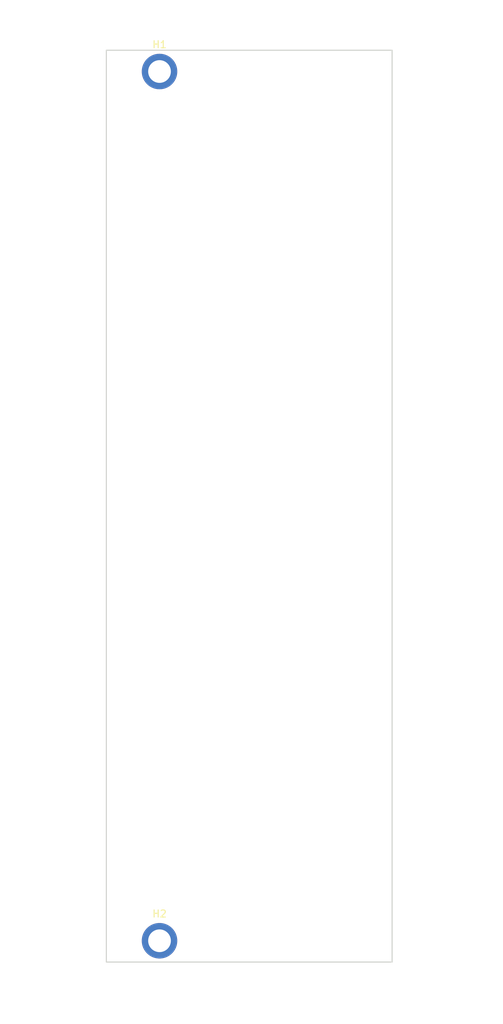
<source format=kicad_pcb>
(kicad_pcb (version 20171130) (host pcbnew 5.1.10)

  (general
    (thickness 1.6)
    (drawings 16)
    (tracks 0)
    (zones 0)
    (modules 2)
    (nets 1)
  )

  (page A4)
  (title_block
    (title "(title)")
    (comment 1 "PCB for panel")
    (comment 2 "(description)")
    (comment 4 "License CC BY 4.0 - Attribution 4.0 International")
  )

  (layers
    (0 F.Cu signal)
    (31 B.Cu signal)
    (32 B.Adhes user)
    (33 F.Adhes user)
    (34 B.Paste user)
    (35 F.Paste user)
    (36 B.SilkS user)
    (37 F.SilkS user)
    (38 B.Mask user)
    (39 F.Mask user)
    (40 Dwgs.User user)
    (41 Cmts.User user)
    (42 Eco1.User user)
    (43 Eco2.User user)
    (44 Edge.Cuts user)
    (45 Margin user)
    (46 B.CrtYd user)
    (47 F.CrtYd user)
    (48 B.Fab user)
    (49 F.Fab user)
  )

  (setup
    (last_trace_width 0.25)
    (trace_clearance 0.2)
    (zone_clearance 0.508)
    (zone_45_only no)
    (trace_min 0.2)
    (via_size 0.8)
    (via_drill 0.4)
    (via_min_size 0.4)
    (via_min_drill 0.3)
    (uvia_size 0.3)
    (uvia_drill 0.1)
    (uvias_allowed no)
    (uvia_min_size 0.2)
    (uvia_min_drill 0.1)
    (edge_width 0.05)
    (segment_width 0.2)
    (pcb_text_width 0.3)
    (pcb_text_size 1.5 1.5)
    (mod_edge_width 0.12)
    (mod_text_size 1 1)
    (mod_text_width 0.15)
    (pad_size 1.524 1.524)
    (pad_drill 0.762)
    (pad_to_mask_clearance 0)
    (aux_axis_origin 0 0)
    (visible_elements FFFFFF7F)
    (pcbplotparams
      (layerselection 0x010fc_ffffffff)
      (usegerberextensions false)
      (usegerberattributes true)
      (usegerberadvancedattributes true)
      (creategerberjobfile true)
      (excludeedgelayer true)
      (linewidth 0.100000)
      (plotframeref false)
      (viasonmask false)
      (mode 1)
      (useauxorigin false)
      (hpglpennumber 1)
      (hpglpenspeed 20)
      (hpglpendiameter 15.000000)
      (psnegative false)
      (psa4output false)
      (plotreference true)
      (plotvalue true)
      (plotinvisibletext false)
      (padsonsilk false)
      (subtractmaskfromsilk false)
      (outputformat 1)
      (mirror false)
      (drillshape 1)
      (scaleselection 1)
      (outputdirectory ""))
  )

  (net 0 "")

  (net_class Default "This is the default net class."
    (clearance 0.2)
    (trace_width 0.25)
    (via_dia 0.8)
    (via_drill 0.4)
    (uvia_dia 0.3)
    (uvia_drill 0.1)
  )

  (module elektrophon:MountingHole_Panel_3.2mm_M3 (layer F.Cu) (tedit 60C777D2) (tstamp 6097E813)
    (at 58.3 176.3)
    (descr "Mounting Hole 3.2mm, M3, DIN965")
    (tags "mounting hole 3.2mm m3 din965")
    (path /6097A580)
    (attr virtual)
    (fp_text reference H2 (at 0 -3.8) (layer F.SilkS)
      (effects (font (size 1 1) (thickness 0.15)))
    )
    (fp_text value MountingHole (at 0 3.8) (layer F.Fab)
      (effects (font (size 1 1) (thickness 0.15)))
    )
    (fp_text user %R (at 0.3 0) (layer F.Fab)
      (effects (font (size 1 1) (thickness 0.15)))
    )
    (fp_circle (center 0 0) (end 2.8 0) (layer Cmts.User) (width 0.15))
    (fp_circle (center 0 0) (end 3.05 0) (layer F.CrtYd) (width 0.05))
    (pad 1 connect circle (at 0 0) (size 5 5) (layers B.Cu B.Mask))
    (pad 1 connect circle (at 0 0) (size 5 5) (layers F.Cu F.Mask))
    (pad 1 thru_hole circle (at 0 0) (size 3.6 3.6) (drill 3.2) (layers *.Cu *.Mask))
  )

  (module elektrophon:MountingHole_Panel_3.2mm_M3 (layer F.Cu) (tedit 60C777D2) (tstamp 6097E80B)
    (at 58.3 53.8)
    (descr "Mounting Hole 3.2mm, M3, DIN965")
    (tags "mounting hole 3.2mm m3 din965")
    (path /6097A217)
    (attr virtual)
    (fp_text reference H1 (at 0 -3.8) (layer F.SilkS)
      (effects (font (size 1 1) (thickness 0.15)))
    )
    (fp_text value MountingHole (at 0 3.8) (layer F.Fab)
      (effects (font (size 1 1) (thickness 0.15)))
    )
    (fp_text user %R (at 0.3 0) (layer F.Fab)
      (effects (font (size 1 1) (thickness 0.15)))
    )
    (fp_circle (center 0 0) (end 2.8 0) (layer Cmts.User) (width 0.15))
    (fp_circle (center 0 0) (end 3.05 0) (layer F.CrtYd) (width 0.05))
    (pad 1 connect circle (at 0 0) (size 5 5) (layers B.Cu B.Mask))
    (pad 1 connect circle (at 0 0) (size 5 5) (layers F.Cu F.Mask))
    (pad 1 thru_hole circle (at 0 0) (size 3.6 3.6) (drill 3.2) (layers *.Cu *.Mask))
  )

  (dimension 122.5 (width 0.15) (layer Dwgs.User)
    (gr_text "122.500 mm" (at 39.467 115.05 270) (layer Dwgs.User)
      (effects (font (size 1 1) (thickness 0.15)))
    )
    (feature1 (pts (xy 58.3 176.3) (xy 40.180579 176.3)))
    (feature2 (pts (xy 58.3 53.8) (xy 40.180579 53.8)))
    (crossbar (pts (xy 40.767 53.8) (xy 40.767 176.3)))
    (arrow1a (pts (xy 40.767 176.3) (xy 40.180579 175.173496)))
    (arrow1b (pts (xy 40.767 176.3) (xy 41.353421 175.173496)))
    (arrow2a (pts (xy 40.767 53.8) (xy 40.180579 54.926504)))
    (arrow2b (pts (xy 40.767 53.8) (xy 41.353421 54.926504)))
  )
  (gr_text name (at 70.95 53.8) (layer F.Mask)
    (effects (font (size 3 3) (thickness 0.35)))
  )
  (dimension 21.82 (width 0.15) (layer Dwgs.User)
    (gr_text "21.820 mm" (at 44.42 168.39 270) (layer Dwgs.User)
      (effects (font (size 1 1) (thickness 0.15)))
    )
    (feature1 (pts (xy 50.8 179.3) (xy 45.133579 179.3)))
    (feature2 (pts (xy 50.8 157.48) (xy 45.133579 157.48)))
    (crossbar (pts (xy 45.72 157.48) (xy 45.72 179.3)))
    (arrow1a (pts (xy 45.72 179.3) (xy 45.133579 178.173496)))
    (arrow1b (pts (xy 45.72 179.3) (xy 46.306421 178.173496)))
    (arrow2a (pts (xy 45.72 157.48) (xy 45.133579 158.606504)))
    (arrow2b (pts (xy 45.72 157.48) (xy 46.306421 158.606504)))
  )
  (gr_line (start 50.8 157.48) (end 106.68 157.48) (layer Dwgs.User) (width 0.15) (tstamp 6097E920))
  (gr_line (start 50.8 137.16) (end 106.68 137.16) (layer Dwgs.User) (width 0.15) (tstamp 6097E91D))
  (gr_line (start 50.8 116.84) (end 106.68 116.84) (layer Dwgs.User) (width 0.15) (tstamp 6097E917))
  (gr_line (start 50.8 76.2) (end 106.68 76.2) (layer Dwgs.User) (width 0.15) (tstamp 6097E905))
  (gr_line (start 50.8 96.52) (end 106.68 96.52) (layer Dwgs.User) (width 0.15))
  (gr_line (start 81.28 50.8) (end 81.28 187.96) (layer Dwgs.User) (width 0.15))
  (gr_line (start 60.96 50.8) (end 60.96 187.96) (layer Dwgs.User) (width 0.15))
  (dimension 128.5 (width 0.15) (layer Dwgs.User)
    (gr_text "128.500 mm" (at 97.82 115.05 270) (layer Dwgs.User)
      (effects (font (size 1 1) (thickness 0.15)))
    )
    (feature1 (pts (xy 91.1 179.3) (xy 97.106421 179.3)))
    (feature2 (pts (xy 91.1 50.8) (xy 97.106421 50.8)))
    (crossbar (pts (xy 96.52 50.8) (xy 96.52 179.3)))
    (arrow1a (pts (xy 96.52 179.3) (xy 95.933579 178.173496)))
    (arrow1b (pts (xy 96.52 179.3) (xy 97.106421 178.173496)))
    (arrow2a (pts (xy 96.52 50.8) (xy 95.933579 51.926504)))
    (arrow2b (pts (xy 96.52 50.8) (xy 97.106421 51.926504)))
  )
  (dimension 40.3 (width 0.15) (layer Dwgs.User)
    (gr_text "40.300 mm" (at 70.95 44.42) (layer Dwgs.User)
      (effects (font (size 1 1) (thickness 0.15)))
    )
    (feature1 (pts (xy 91.1 50.8) (xy 91.1 45.133579)))
    (feature2 (pts (xy 50.8 50.8) (xy 50.8 45.133579)))
    (crossbar (pts (xy 50.8 45.72) (xy 91.1 45.72)))
    (arrow1a (pts (xy 91.1 45.72) (xy 89.973496 46.306421)))
    (arrow1b (pts (xy 91.1 45.72) (xy 89.973496 45.133579)))
    (arrow2a (pts (xy 50.8 45.72) (xy 51.926504 46.306421)))
    (arrow2b (pts (xy 50.8 45.72) (xy 51.926504 45.133579)))
  )
  (gr_line (start 50.8 50.8) (end 50.8 179.3) (layer Edge.Cuts) (width 0.15) (tstamp 60977F7D))
  (gr_line (start 91.1 179.3) (end 50.8 179.3) (layer Edge.Cuts) (width 0.15))
  (gr_line (start 91.1 50.8) (end 91.1 179.3) (layer Edge.Cuts) (width 0.15))
  (gr_line (start 50.8 50.8) (end 91.1 50.8) (layer Edge.Cuts) (width 0.15))

)

</source>
